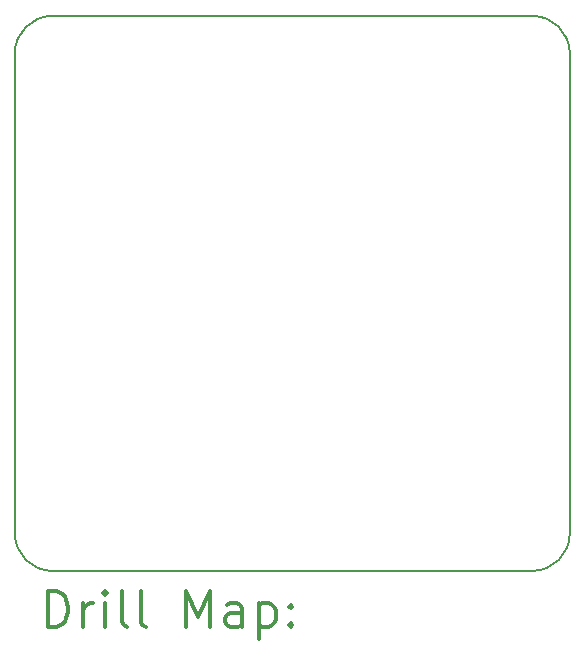
<source format=gbr>
%FSLAX45Y45*%
G04 Gerber Fmt 4.5, Leading zero omitted, Abs format (unit mm)*
G04 Created by KiCad (PCBNEW (5.1.10)-1) date 2021-10-30 21:20:29*
%MOMM*%
%LPD*%
G01*
G04 APERTURE LIST*
%TA.AperFunction,Profile*%
%ADD10C,0.150000*%
%TD*%
%ADD11C,0.200000*%
%ADD12C,0.300000*%
G04 APERTURE END LIST*
D10*
X9969500Y-12382500D02*
X5905500Y-12382500D01*
X10287000Y-8001000D02*
X10287000Y-12065000D01*
X5905500Y-7683500D02*
X9969500Y-7683500D01*
X5588000Y-12065000D02*
X5588000Y-8001000D01*
X5905500Y-12382500D02*
G75*
G02*
X5588000Y-12065000I0J317500D01*
G01*
X10287000Y-12065000D02*
G75*
G02*
X9969500Y-12382500I-317500J0D01*
G01*
X9969500Y-7683500D02*
G75*
G02*
X10287000Y-8001000I0J-317500D01*
G01*
X5588000Y-8001000D02*
G75*
G02*
X5905500Y-7683500I317500J0D01*
G01*
D11*
D12*
X5866928Y-12855714D02*
X5866928Y-12555714D01*
X5938357Y-12555714D01*
X5981214Y-12570000D01*
X6009786Y-12598571D01*
X6024071Y-12627143D01*
X6038357Y-12684286D01*
X6038357Y-12727143D01*
X6024071Y-12784286D01*
X6009786Y-12812857D01*
X5981214Y-12841429D01*
X5938357Y-12855714D01*
X5866928Y-12855714D01*
X6166928Y-12855714D02*
X6166928Y-12655714D01*
X6166928Y-12712857D02*
X6181214Y-12684286D01*
X6195500Y-12670000D01*
X6224071Y-12655714D01*
X6252643Y-12655714D01*
X6352643Y-12855714D02*
X6352643Y-12655714D01*
X6352643Y-12555714D02*
X6338357Y-12570000D01*
X6352643Y-12584286D01*
X6366928Y-12570000D01*
X6352643Y-12555714D01*
X6352643Y-12584286D01*
X6538357Y-12855714D02*
X6509786Y-12841429D01*
X6495500Y-12812857D01*
X6495500Y-12555714D01*
X6695500Y-12855714D02*
X6666928Y-12841429D01*
X6652643Y-12812857D01*
X6652643Y-12555714D01*
X7038357Y-12855714D02*
X7038357Y-12555714D01*
X7138357Y-12770000D01*
X7238357Y-12555714D01*
X7238357Y-12855714D01*
X7509786Y-12855714D02*
X7509786Y-12698571D01*
X7495500Y-12670000D01*
X7466928Y-12655714D01*
X7409786Y-12655714D01*
X7381214Y-12670000D01*
X7509786Y-12841429D02*
X7481214Y-12855714D01*
X7409786Y-12855714D01*
X7381214Y-12841429D01*
X7366928Y-12812857D01*
X7366928Y-12784286D01*
X7381214Y-12755714D01*
X7409786Y-12741429D01*
X7481214Y-12741429D01*
X7509786Y-12727143D01*
X7652643Y-12655714D02*
X7652643Y-12955714D01*
X7652643Y-12670000D02*
X7681214Y-12655714D01*
X7738357Y-12655714D01*
X7766928Y-12670000D01*
X7781214Y-12684286D01*
X7795500Y-12712857D01*
X7795500Y-12798571D01*
X7781214Y-12827143D01*
X7766928Y-12841429D01*
X7738357Y-12855714D01*
X7681214Y-12855714D01*
X7652643Y-12841429D01*
X7924071Y-12827143D02*
X7938357Y-12841429D01*
X7924071Y-12855714D01*
X7909786Y-12841429D01*
X7924071Y-12827143D01*
X7924071Y-12855714D01*
X7924071Y-12670000D02*
X7938357Y-12684286D01*
X7924071Y-12698571D01*
X7909786Y-12684286D01*
X7924071Y-12670000D01*
X7924071Y-12698571D01*
M02*

</source>
